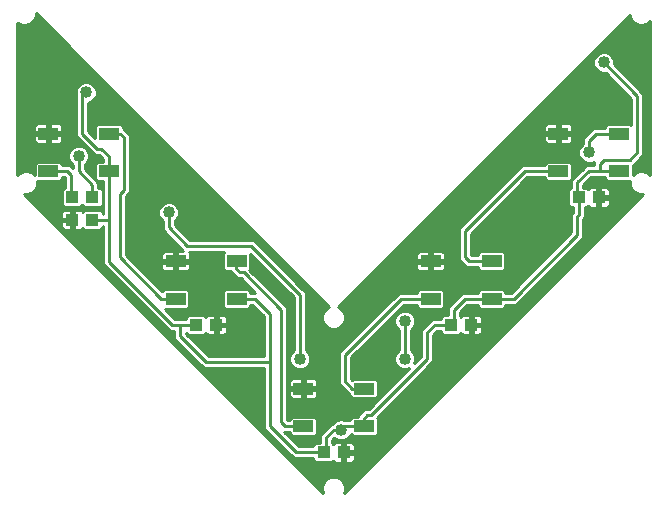
<source format=gtl>
G75*
%MOIN*%
%OFA0B0*%
%FSLAX25Y25*%
%IPPOS*%
%LPD*%
%AMOC8*
5,1,8,0,0,1.08239X$1,22.5*
%
%ADD10R,0.06500X0.03937*%
%ADD11R,0.04331X0.03937*%
%ADD12C,0.01000*%
%ADD13C,0.04000*%
D10*
X0193188Y0102451D03*
X0193188Y0115049D03*
X0213479Y0115049D03*
X0213479Y0102451D03*
X0235688Y0144951D03*
X0235688Y0157549D03*
X0255979Y0157549D03*
X0255979Y0144951D03*
X0278188Y0187451D03*
X0278188Y0200049D03*
X0298479Y0200049D03*
X0298479Y0187451D03*
X0170979Y0157549D03*
X0150688Y0157549D03*
X0150688Y0144951D03*
X0170979Y0144951D03*
X0128479Y0187451D03*
X0108188Y0187451D03*
X0108188Y0200049D03*
X0128479Y0200049D03*
D11*
X0122930Y0178750D03*
X0116237Y0178750D03*
X0116237Y0171250D03*
X0122930Y0171250D03*
X0157487Y0136250D03*
X0164180Y0136250D03*
X0199987Y0093750D03*
X0206680Y0093750D03*
X0242487Y0136250D03*
X0249180Y0136250D03*
X0284987Y0178750D03*
X0291680Y0178750D03*
D12*
X0180083Y0105717D02*
X0174336Y0105717D01*
X0175334Y0104719D02*
X0180083Y0104719D01*
X0180083Y0103720D02*
X0176333Y0103720D01*
X0177331Y0102722D02*
X0180083Y0102722D01*
X0180083Y0101723D02*
X0178330Y0101723D01*
X0179328Y0100725D02*
X0181030Y0100725D01*
X0180327Y0099726D02*
X0182029Y0099726D01*
X0181325Y0098728D02*
X0183027Y0098728D01*
X0182324Y0097729D02*
X0184026Y0097729D01*
X0183323Y0096731D02*
X0185024Y0096731D01*
X0184321Y0095732D02*
X0186023Y0095732D01*
X0185320Y0094734D02*
X0187021Y0094734D01*
X0186318Y0093735D02*
X0188020Y0093735D01*
X0187317Y0092737D02*
X0189018Y0092737D01*
X0188315Y0091738D02*
X0196522Y0091738D01*
X0196522Y0091750D02*
X0196522Y0091243D01*
X0197283Y0090481D01*
X0202691Y0090481D01*
X0203225Y0091015D01*
X0203314Y0090860D01*
X0203593Y0090581D01*
X0203935Y0090384D01*
X0204317Y0090281D01*
X0206196Y0090281D01*
X0206196Y0093266D01*
X0207164Y0093266D01*
X0207164Y0094234D01*
X0210345Y0094234D01*
X0210345Y0095916D01*
X0210243Y0096297D01*
X0210045Y0096640D01*
X0209766Y0096919D01*
X0209424Y0097116D01*
X0209043Y0097218D01*
X0207164Y0097218D01*
X0207164Y0094234D01*
X0206196Y0094234D01*
X0206196Y0097218D01*
X0204317Y0097218D01*
X0203935Y0097116D01*
X0203593Y0096919D01*
X0203314Y0096640D01*
X0203225Y0096485D01*
X0202833Y0096876D01*
X0202833Y0097922D01*
X0203523Y0098611D01*
X0203851Y0098283D01*
X0205137Y0097750D01*
X0206530Y0097750D01*
X0207816Y0098283D01*
X0208800Y0099267D01*
X0209036Y0099837D01*
X0209691Y0099182D01*
X0217267Y0099182D01*
X0218029Y0099944D01*
X0218029Y0104958D01*
X0217699Y0105287D01*
X0236583Y0124172D01*
X0236583Y0132922D01*
X0237912Y0134250D01*
X0239022Y0134250D01*
X0239022Y0133743D01*
X0239783Y0132981D01*
X0245191Y0132981D01*
X0245725Y0133515D01*
X0245814Y0133360D01*
X0246093Y0133081D01*
X0246435Y0132884D01*
X0246817Y0132781D01*
X0248696Y0132781D01*
X0248696Y0135766D01*
X0249664Y0135766D01*
X0249664Y0136734D01*
X0252845Y0136734D01*
X0252845Y0138416D01*
X0252743Y0138797D01*
X0252545Y0139140D01*
X0252266Y0139419D01*
X0251924Y0139616D01*
X0251543Y0139718D01*
X0249664Y0139718D01*
X0249664Y0136734D01*
X0248696Y0136734D01*
X0248696Y0139718D01*
X0246817Y0139718D01*
X0246435Y0139616D01*
X0246093Y0139419D01*
X0245814Y0139140D01*
X0245725Y0138985D01*
X0245333Y0139376D01*
X0245333Y0140422D01*
X0247912Y0143000D01*
X0251429Y0143000D01*
X0251429Y0142444D01*
X0252191Y0141682D01*
X0259767Y0141682D01*
X0260529Y0142444D01*
X0260529Y0143000D01*
X0264162Y0143000D01*
X0265333Y0144172D01*
X0285412Y0164250D01*
X0286583Y0165422D01*
X0286583Y0171672D01*
X0286987Y0172075D01*
X0286987Y0175481D01*
X0287691Y0175481D01*
X0288225Y0176015D01*
X0288314Y0175860D01*
X0288593Y0175581D01*
X0288935Y0175384D01*
X0289317Y0175281D01*
X0291196Y0175281D01*
X0291196Y0178266D01*
X0292164Y0178266D01*
X0292164Y0179234D01*
X0295345Y0179234D01*
X0295345Y0180916D01*
X0295243Y0181297D01*
X0295045Y0181640D01*
X0294766Y0181919D01*
X0294424Y0182116D01*
X0294043Y0182218D01*
X0292164Y0182218D01*
X0292164Y0179234D01*
X0291196Y0179234D01*
X0291196Y0182218D01*
X0289317Y0182218D01*
X0288935Y0182116D01*
X0288593Y0181919D01*
X0288314Y0181640D01*
X0288225Y0181485D01*
X0287691Y0182018D01*
X0286583Y0182018D01*
X0286583Y0182922D01*
X0289113Y0185451D01*
X0293929Y0185451D01*
X0293929Y0184944D01*
X0294691Y0184182D01*
X0302033Y0184182D01*
X0302033Y0182994D01*
X0302612Y0181597D01*
X0303681Y0180529D01*
X0305077Y0179950D01*
X0306563Y0179950D01*
X0206710Y0080096D01*
X0207133Y0081119D01*
X0207133Y0082631D01*
X0206555Y0084028D01*
X0205486Y0085096D01*
X0204089Y0085675D01*
X0202577Y0085675D01*
X0201181Y0085096D01*
X0200112Y0084028D01*
X0199533Y0082631D01*
X0199533Y0081119D01*
X0199957Y0080096D01*
X0100103Y0179950D01*
X0101589Y0179950D01*
X0102986Y0180529D01*
X0104055Y0181597D01*
X0104633Y0182994D01*
X0104633Y0184182D01*
X0111976Y0184182D01*
X0112738Y0184944D01*
X0112738Y0185451D01*
X0113804Y0185451D01*
X0113833Y0185422D01*
X0113833Y0182018D01*
X0113533Y0182018D01*
X0112772Y0181257D01*
X0112772Y0176243D01*
X0113533Y0175481D01*
X0118941Y0175481D01*
X0119583Y0176124D01*
X0120226Y0175481D01*
X0125634Y0175481D01*
X0126395Y0176243D01*
X0126395Y0181257D01*
X0125634Y0182018D01*
X0124930Y0182018D01*
X0124930Y0183732D01*
X0120333Y0188328D01*
X0120333Y0189550D01*
X0121300Y0190517D01*
X0121833Y0191804D01*
X0121833Y0193196D01*
X0121300Y0194483D01*
X0120316Y0195467D01*
X0119030Y0196000D01*
X0117637Y0196000D01*
X0116351Y0195467D01*
X0115366Y0194483D01*
X0114833Y0193196D01*
X0114833Y0191804D01*
X0115366Y0190517D01*
X0116333Y0189550D01*
X0116333Y0188578D01*
X0115461Y0189451D01*
X0112738Y0189451D01*
X0112738Y0189958D01*
X0111976Y0190719D01*
X0104399Y0190719D01*
X0103638Y0189958D01*
X0103638Y0186320D01*
X0102986Y0186971D01*
X0101589Y0187550D01*
X0100077Y0187550D01*
X0098681Y0186971D01*
X0097933Y0186224D01*
X0097933Y0236901D01*
X0098056Y0236779D01*
X0099452Y0236200D01*
X0100964Y0236200D01*
X0102361Y0236779D01*
X0103430Y0237847D01*
X0104008Y0239244D01*
X0104008Y0240105D01*
X0201860Y0142253D01*
X0201181Y0141971D01*
X0200112Y0140903D01*
X0199533Y0139506D01*
X0199533Y0137994D01*
X0200112Y0136597D01*
X0201181Y0135529D01*
X0202577Y0134950D01*
X0204089Y0134950D01*
X0205486Y0135529D01*
X0206555Y0136597D01*
X0207133Y0137994D01*
X0207133Y0139506D01*
X0206555Y0140903D01*
X0205486Y0141971D01*
X0204806Y0142253D01*
X0205433Y0142880D01*
X0302033Y0239480D01*
X0302033Y0239244D01*
X0302612Y0237847D01*
X0303681Y0236779D01*
X0305077Y0236200D01*
X0306589Y0236200D01*
X0307986Y0236779D01*
X0308733Y0237526D01*
X0308733Y0186224D01*
X0307986Y0186971D01*
X0306589Y0187550D01*
X0305077Y0187550D01*
X0303681Y0186971D01*
X0303029Y0186320D01*
X0303029Y0189367D01*
X0305412Y0191750D01*
X0306583Y0192922D01*
X0306583Y0213328D01*
X0296833Y0223078D01*
X0296833Y0224446D01*
X0296300Y0225733D01*
X0295316Y0226717D01*
X0294030Y0227250D01*
X0292637Y0227250D01*
X0291351Y0226717D01*
X0290366Y0225733D01*
X0289833Y0224446D01*
X0289833Y0223054D01*
X0290366Y0221767D01*
X0291351Y0220783D01*
X0292637Y0220250D01*
X0294005Y0220250D01*
X0302583Y0211672D01*
X0302583Y0203002D01*
X0302267Y0203318D01*
X0294691Y0203318D01*
X0293929Y0202556D01*
X0293929Y0202049D01*
X0290054Y0202049D01*
X0287505Y0199500D01*
X0286333Y0198328D01*
X0286333Y0196700D01*
X0285366Y0195733D01*
X0284833Y0194446D01*
X0284833Y0193054D01*
X0285366Y0191767D01*
X0286351Y0190783D01*
X0287637Y0190250D01*
X0289030Y0190250D01*
X0290083Y0190687D01*
X0290083Y0189451D01*
X0289211Y0189451D01*
X0289162Y0189500D01*
X0287505Y0189500D01*
X0286333Y0188328D01*
X0282583Y0184578D01*
X0282583Y0182018D01*
X0282283Y0182018D01*
X0281522Y0181257D01*
X0281522Y0176243D01*
X0282283Y0175481D01*
X0282987Y0175481D01*
X0282987Y0173732D01*
X0282583Y0173328D01*
X0282583Y0167078D01*
X0262505Y0147000D01*
X0260529Y0147000D01*
X0260529Y0147458D01*
X0259767Y0148219D01*
X0252191Y0148219D01*
X0251429Y0147458D01*
X0251429Y0147000D01*
X0246255Y0147000D01*
X0245083Y0145828D01*
X0242505Y0143250D01*
X0242505Y0143250D01*
X0241333Y0142078D01*
X0241333Y0139518D01*
X0239783Y0139518D01*
X0239022Y0138757D01*
X0239022Y0138250D01*
X0236255Y0138250D01*
X0233755Y0135750D01*
X0232583Y0134578D01*
X0232583Y0125828D01*
X0230247Y0123492D01*
X0230583Y0124304D01*
X0230583Y0125696D01*
X0230050Y0126983D01*
X0229083Y0127950D01*
X0229083Y0134550D01*
X0230050Y0135517D01*
X0230583Y0136804D01*
X0230583Y0138196D01*
X0230050Y0139483D01*
X0229066Y0140467D01*
X0227780Y0141000D01*
X0226387Y0141000D01*
X0225101Y0140467D01*
X0224116Y0139483D01*
X0223583Y0138196D01*
X0223583Y0136804D01*
X0224116Y0135517D01*
X0225083Y0134550D01*
X0225083Y0127950D01*
X0224116Y0126983D01*
X0223583Y0125696D01*
X0223583Y0124304D01*
X0224116Y0123017D01*
X0225101Y0122033D01*
X0226387Y0121500D01*
X0227780Y0121500D01*
X0228591Y0121836D01*
X0215005Y0108250D01*
X0213755Y0108250D01*
X0212583Y0107078D01*
X0211333Y0105828D01*
X0211333Y0105719D01*
X0209691Y0105719D01*
X0208929Y0104958D01*
X0208929Y0104451D01*
X0207252Y0104451D01*
X0206530Y0104750D01*
X0205137Y0104750D01*
X0203851Y0104217D01*
X0202884Y0103250D01*
X0202505Y0103250D01*
X0201333Y0102078D01*
X0198833Y0099578D01*
X0198833Y0097018D01*
X0197283Y0097018D01*
X0196522Y0096257D01*
X0196522Y0095750D01*
X0191662Y0095750D01*
X0186912Y0100500D01*
X0188638Y0100500D01*
X0188638Y0099944D01*
X0189399Y0099182D01*
X0196976Y0099182D01*
X0197738Y0099944D01*
X0197738Y0104958D01*
X0196976Y0105719D01*
X0189399Y0105719D01*
X0188638Y0104958D01*
X0188638Y0104500D01*
X0187912Y0104500D01*
X0187833Y0104578D01*
X0187833Y0142078D01*
X0175199Y0154712D01*
X0175529Y0155042D01*
X0175529Y0159976D01*
X0190083Y0145422D01*
X0190083Y0127950D01*
X0189116Y0126983D01*
X0188583Y0125696D01*
X0188583Y0124304D01*
X0189116Y0123017D01*
X0190101Y0122033D01*
X0191387Y0121500D01*
X0192780Y0121500D01*
X0194066Y0122033D01*
X0195050Y0123017D01*
X0195583Y0124304D01*
X0195583Y0125696D01*
X0195050Y0126983D01*
X0194083Y0127950D01*
X0194083Y0147078D01*
X0192912Y0148250D01*
X0176662Y0164500D01*
X0155412Y0164500D01*
X0150333Y0169578D01*
X0150333Y0170800D01*
X0151300Y0171767D01*
X0151833Y0173054D01*
X0151833Y0174446D01*
X0151300Y0175733D01*
X0150316Y0176717D01*
X0149030Y0177250D01*
X0147637Y0177250D01*
X0146351Y0176717D01*
X0145366Y0175733D01*
X0144833Y0174446D01*
X0144833Y0173054D01*
X0145366Y0171767D01*
X0146333Y0170800D01*
X0146333Y0167922D01*
X0153237Y0161018D01*
X0151172Y0161018D01*
X0151172Y0158034D01*
X0150203Y0158034D01*
X0150203Y0161018D01*
X0147240Y0161018D01*
X0146859Y0160915D01*
X0146517Y0160718D01*
X0146237Y0160439D01*
X0146040Y0160097D01*
X0145938Y0159715D01*
X0145938Y0158033D01*
X0150203Y0158033D01*
X0150203Y0157065D01*
X0145938Y0157065D01*
X0145938Y0155383D01*
X0146040Y0155002D01*
X0146237Y0154660D01*
X0146517Y0154380D01*
X0146859Y0154183D01*
X0147240Y0154081D01*
X0150203Y0154081D01*
X0150203Y0157065D01*
X0151172Y0157065D01*
X0151172Y0158033D01*
X0155438Y0158033D01*
X0155438Y0159715D01*
X0155335Y0160097D01*
X0155138Y0160439D01*
X0155077Y0160500D01*
X0166873Y0160500D01*
X0166429Y0160056D01*
X0166429Y0155042D01*
X0167191Y0154281D01*
X0168833Y0154281D01*
X0168833Y0154172D01*
X0170083Y0152922D01*
X0171255Y0151750D01*
X0172505Y0151750D01*
X0177255Y0147000D01*
X0175529Y0147000D01*
X0175529Y0147458D01*
X0174767Y0148219D01*
X0167191Y0148219D01*
X0166429Y0147458D01*
X0166429Y0142444D01*
X0167191Y0141682D01*
X0174767Y0141682D01*
X0175529Y0142444D01*
X0175529Y0143000D01*
X0176255Y0143000D01*
X0180083Y0139172D01*
X0180083Y0125750D01*
X0161662Y0125750D01*
X0154083Y0133328D01*
X0154083Y0133681D01*
X0154783Y0132981D01*
X0160191Y0132981D01*
X0160725Y0133515D01*
X0160814Y0133360D01*
X0161093Y0133081D01*
X0161435Y0132884D01*
X0161817Y0132781D01*
X0163696Y0132781D01*
X0163696Y0135766D01*
X0164664Y0135766D01*
X0164664Y0136734D01*
X0167845Y0136734D01*
X0167845Y0138416D01*
X0167743Y0138797D01*
X0167545Y0139140D01*
X0167266Y0139419D01*
X0166924Y0139616D01*
X0166543Y0139718D01*
X0164664Y0139718D01*
X0164664Y0136734D01*
X0163696Y0136734D01*
X0163696Y0139718D01*
X0161817Y0139718D01*
X0161435Y0139616D01*
X0161093Y0139419D01*
X0160814Y0139140D01*
X0160725Y0138985D01*
X0160191Y0139518D01*
X0154783Y0139518D01*
X0154022Y0138757D01*
X0154022Y0138250D01*
X0150412Y0138250D01*
X0146979Y0141682D01*
X0154476Y0141682D01*
X0155238Y0142444D01*
X0155238Y0147458D01*
X0154476Y0148219D01*
X0146899Y0148219D01*
X0146171Y0147491D01*
X0134083Y0159578D01*
X0134083Y0179172D01*
X0134162Y0179250D01*
X0135333Y0180422D01*
X0135333Y0199578D01*
X0134162Y0200750D01*
X0133029Y0201883D01*
X0133029Y0202556D01*
X0132267Y0203318D01*
X0124691Y0203318D01*
X0123929Y0202556D01*
X0123929Y0198483D01*
X0121583Y0200828D01*
X0121583Y0210272D01*
X0122816Y0210783D01*
X0123800Y0211767D01*
X0124333Y0213054D01*
X0124333Y0214446D01*
X0123800Y0215733D01*
X0122816Y0216717D01*
X0121530Y0217250D01*
X0120137Y0217250D01*
X0118851Y0216717D01*
X0117866Y0215733D01*
X0117333Y0214446D01*
X0117333Y0213054D01*
X0117583Y0212450D01*
X0117583Y0199172D01*
X0118755Y0198000D01*
X0123755Y0193000D01*
X0125005Y0193000D01*
X0126333Y0191672D01*
X0126333Y0190719D01*
X0124691Y0190719D01*
X0123929Y0189958D01*
X0123929Y0184944D01*
X0124691Y0184182D01*
X0126479Y0184182D01*
X0126479Y0173250D01*
X0126395Y0173250D01*
X0126395Y0173757D01*
X0125634Y0174518D01*
X0120226Y0174518D01*
X0119692Y0173985D01*
X0119603Y0174140D01*
X0119323Y0174419D01*
X0118981Y0174616D01*
X0118600Y0174718D01*
X0116721Y0174718D01*
X0116721Y0171734D01*
X0115753Y0171734D01*
X0115753Y0170766D01*
X0116721Y0170766D01*
X0116721Y0167781D01*
X0118600Y0167781D01*
X0118981Y0167884D01*
X0119323Y0168081D01*
X0119603Y0168360D01*
X0119692Y0168515D01*
X0120226Y0167981D01*
X0125634Y0167981D01*
X0126395Y0168743D01*
X0126395Y0169250D01*
X0126479Y0169250D01*
X0126479Y0156526D01*
X0148755Y0134250D01*
X0150083Y0134250D01*
X0150083Y0131672D01*
X0151255Y0130500D01*
X0160005Y0121750D01*
X0180083Y0121750D01*
X0180083Y0101672D01*
X0190005Y0091750D01*
X0196522Y0091750D01*
X0197025Y0090740D02*
X0189314Y0090740D01*
X0190312Y0089741D02*
X0216355Y0089741D01*
X0217353Y0090740D02*
X0209925Y0090740D01*
X0210045Y0090860D02*
X0210243Y0091203D01*
X0210345Y0091584D01*
X0210345Y0093266D01*
X0207164Y0093266D01*
X0207164Y0090281D01*
X0209043Y0090281D01*
X0209424Y0090384D01*
X0209766Y0090581D01*
X0210045Y0090860D01*
X0210345Y0091738D02*
X0218352Y0091738D01*
X0219350Y0092737D02*
X0210345Y0092737D01*
X0210345Y0094734D02*
X0221347Y0094734D01*
X0222346Y0095732D02*
X0210345Y0095732D01*
X0209954Y0096731D02*
X0223344Y0096731D01*
X0224343Y0097729D02*
X0202833Y0097729D01*
X0202979Y0096731D02*
X0203405Y0096731D01*
X0206196Y0096731D02*
X0207164Y0096731D01*
X0207164Y0095732D02*
X0206196Y0095732D01*
X0206196Y0094734D02*
X0207164Y0094734D01*
X0207164Y0093735D02*
X0220349Y0093735D01*
X0217811Y0099726D02*
X0226340Y0099726D01*
X0227338Y0100725D02*
X0218029Y0100725D01*
X0218029Y0101723D02*
X0228337Y0101723D01*
X0229335Y0102722D02*
X0218029Y0102722D01*
X0218029Y0103720D02*
X0230334Y0103720D01*
X0231332Y0104719D02*
X0218029Y0104719D01*
X0218129Y0105717D02*
X0232331Y0105717D01*
X0233329Y0106716D02*
X0219127Y0106716D01*
X0220126Y0107714D02*
X0234328Y0107714D01*
X0235326Y0108713D02*
X0221125Y0108713D01*
X0222123Y0109711D02*
X0236325Y0109711D01*
X0237323Y0110710D02*
X0223122Y0110710D01*
X0224120Y0111708D02*
X0238322Y0111708D01*
X0239320Y0112707D02*
X0225119Y0112707D01*
X0226117Y0113705D02*
X0240319Y0113705D01*
X0241317Y0114704D02*
X0227116Y0114704D01*
X0228114Y0115702D02*
X0242316Y0115702D01*
X0243314Y0116701D02*
X0229113Y0116701D01*
X0230111Y0117699D02*
X0244313Y0117699D01*
X0245311Y0118698D02*
X0231110Y0118698D01*
X0232108Y0119696D02*
X0246310Y0119696D01*
X0247308Y0120695D02*
X0233107Y0120695D01*
X0234105Y0121693D02*
X0248307Y0121693D01*
X0249305Y0122692D02*
X0235104Y0122692D01*
X0236102Y0123690D02*
X0250304Y0123690D01*
X0251302Y0124689D02*
X0236583Y0124689D01*
X0236583Y0125687D02*
X0252301Y0125687D01*
X0253299Y0126686D02*
X0236583Y0126686D01*
X0236583Y0127684D02*
X0254298Y0127684D01*
X0255297Y0128683D02*
X0236583Y0128683D01*
X0236583Y0129682D02*
X0256295Y0129682D01*
X0257294Y0130680D02*
X0236583Y0130680D01*
X0236583Y0131679D02*
X0258292Y0131679D01*
X0259291Y0132677D02*
X0236583Y0132677D01*
X0237337Y0133676D02*
X0239089Y0133676D01*
X0237083Y0136250D02*
X0234583Y0133750D01*
X0234583Y0125000D01*
X0215833Y0106250D01*
X0214583Y0106250D01*
X0213333Y0105000D01*
X0213333Y0102596D01*
X0213479Y0102451D01*
X0207034Y0102451D01*
X0205833Y0101250D01*
X0203333Y0101250D01*
X0200833Y0098750D01*
X0200833Y0093750D01*
X0199987Y0093750D01*
X0190833Y0093750D01*
X0182083Y0102500D01*
X0182083Y0123750D01*
X0160833Y0123750D01*
X0152083Y0132500D01*
X0152083Y0136250D01*
X0149583Y0136250D01*
X0128479Y0157354D01*
X0128479Y0171250D01*
X0122930Y0171250D01*
X0126395Y0173616D02*
X0126479Y0173616D01*
X0126479Y0174615D02*
X0118984Y0174615D01*
X0119072Y0175613D02*
X0120094Y0175613D01*
X0116721Y0174615D02*
X0115753Y0174615D01*
X0115753Y0174718D02*
X0113874Y0174718D01*
X0113493Y0174616D01*
X0113150Y0174419D01*
X0112871Y0174140D01*
X0112674Y0173797D01*
X0112572Y0173416D01*
X0112572Y0171734D01*
X0115753Y0171734D01*
X0115753Y0174718D01*
X0115753Y0173616D02*
X0116721Y0173616D01*
X0116721Y0172618D02*
X0115753Y0172618D01*
X0115753Y0171619D02*
X0108434Y0171619D01*
X0107436Y0172618D02*
X0112572Y0172618D01*
X0112625Y0173616D02*
X0106437Y0173616D01*
X0105439Y0174615D02*
X0113490Y0174615D01*
X0113401Y0175613D02*
X0104440Y0175613D01*
X0103442Y0176612D02*
X0112772Y0176612D01*
X0112772Y0177610D02*
X0102443Y0177610D01*
X0101445Y0178609D02*
X0112772Y0178609D01*
X0112772Y0179607D02*
X0100446Y0179607D01*
X0103063Y0180606D02*
X0112772Y0180606D01*
X0113119Y0181604D02*
X0104058Y0181604D01*
X0104471Y0182603D02*
X0113833Y0182603D01*
X0113833Y0183601D02*
X0104633Y0183601D01*
X0103638Y0186597D02*
X0103361Y0186597D01*
X0103638Y0187595D02*
X0097933Y0187595D01*
X0097933Y0186597D02*
X0098306Y0186597D01*
X0097933Y0188594D02*
X0103638Y0188594D01*
X0103638Y0189592D02*
X0097933Y0189592D01*
X0097933Y0190591D02*
X0104271Y0190591D01*
X0108188Y0187451D02*
X0114633Y0187451D01*
X0115833Y0186250D01*
X0115833Y0179154D01*
X0116237Y0178750D01*
X0122930Y0178750D02*
X0122930Y0182904D01*
X0118333Y0187500D01*
X0118333Y0192500D01*
X0114833Y0192588D02*
X0097933Y0192588D01*
X0097933Y0193586D02*
X0114995Y0193586D01*
X0115468Y0194585D02*
X0097933Y0194585D01*
X0097933Y0195583D02*
X0116631Y0195583D01*
X0119175Y0197580D02*
X0112856Y0197580D01*
X0112835Y0197502D02*
X0112938Y0197883D01*
X0112938Y0199565D01*
X0108672Y0199565D01*
X0108672Y0200533D01*
X0112938Y0200533D01*
X0112938Y0202215D01*
X0112835Y0202597D01*
X0112638Y0202939D01*
X0112359Y0203218D01*
X0112017Y0203415D01*
X0111635Y0203518D01*
X0108672Y0203518D01*
X0108672Y0200534D01*
X0107703Y0200534D01*
X0107703Y0203518D01*
X0104740Y0203518D01*
X0104359Y0203415D01*
X0104017Y0203218D01*
X0103737Y0202939D01*
X0103540Y0202597D01*
X0103438Y0202215D01*
X0103438Y0200533D01*
X0107703Y0200533D01*
X0107703Y0199565D01*
X0103438Y0199565D01*
X0103438Y0197883D01*
X0103540Y0197502D01*
X0103737Y0197160D01*
X0104017Y0196880D01*
X0104359Y0196683D01*
X0104740Y0196581D01*
X0107703Y0196581D01*
X0107703Y0199565D01*
X0108672Y0199565D01*
X0108672Y0196581D01*
X0111635Y0196581D01*
X0112017Y0196683D01*
X0112359Y0196880D01*
X0112638Y0197160D01*
X0112835Y0197502D01*
X0112938Y0198579D02*
X0118176Y0198579D01*
X0117583Y0199577D02*
X0108672Y0199577D01*
X0107703Y0199577D02*
X0097933Y0199577D01*
X0097933Y0198579D02*
X0103438Y0198579D01*
X0103519Y0197580D02*
X0097933Y0197580D01*
X0097933Y0196582D02*
X0104736Y0196582D01*
X0107703Y0196582D02*
X0108672Y0196582D01*
X0108672Y0197580D02*
X0107703Y0197580D01*
X0107703Y0198579D02*
X0108672Y0198579D01*
X0108672Y0200576D02*
X0107703Y0200576D01*
X0107703Y0201574D02*
X0108672Y0201574D01*
X0108672Y0202573D02*
X0107703Y0202573D01*
X0103534Y0202573D02*
X0097933Y0202573D01*
X0097933Y0203571D02*
X0117583Y0203571D01*
X0117583Y0202573D02*
X0112842Y0202573D01*
X0112938Y0201574D02*
X0117583Y0201574D01*
X0117583Y0200576D02*
X0112938Y0200576D01*
X0117583Y0204570D02*
X0097933Y0204570D01*
X0097933Y0205568D02*
X0117583Y0205568D01*
X0117583Y0206567D02*
X0097933Y0206567D01*
X0097933Y0207565D02*
X0117583Y0207565D01*
X0117583Y0208564D02*
X0097933Y0208564D01*
X0097933Y0209562D02*
X0117583Y0209562D01*
X0117583Y0210561D02*
X0097933Y0210561D01*
X0097933Y0211559D02*
X0117583Y0211559D01*
X0117539Y0212558D02*
X0097933Y0212558D01*
X0097933Y0213556D02*
X0117333Y0213556D01*
X0117378Y0214555D02*
X0097933Y0214555D01*
X0097933Y0215553D02*
X0117792Y0215553D01*
X0118686Y0216552D02*
X0097933Y0216552D01*
X0097933Y0217551D02*
X0126563Y0217551D01*
X0125564Y0218549D02*
X0097933Y0218549D01*
X0097933Y0219548D02*
X0124566Y0219548D01*
X0123567Y0220546D02*
X0097933Y0220546D01*
X0097933Y0221545D02*
X0122569Y0221545D01*
X0121570Y0222543D02*
X0097933Y0222543D01*
X0097933Y0223542D02*
X0120572Y0223542D01*
X0119573Y0224540D02*
X0097933Y0224540D01*
X0097933Y0225539D02*
X0118575Y0225539D01*
X0117576Y0226537D02*
X0097933Y0226537D01*
X0097933Y0227536D02*
X0116578Y0227536D01*
X0115579Y0228534D02*
X0097933Y0228534D01*
X0097933Y0229533D02*
X0114581Y0229533D01*
X0113582Y0230531D02*
X0097933Y0230531D01*
X0097933Y0231530D02*
X0112584Y0231530D01*
X0111585Y0232528D02*
X0097933Y0232528D01*
X0097933Y0233527D02*
X0110587Y0233527D01*
X0109588Y0234525D02*
X0097933Y0234525D01*
X0097933Y0235524D02*
X0108590Y0235524D01*
X0107591Y0236522D02*
X0101742Y0236522D01*
X0103103Y0237521D02*
X0106593Y0237521D01*
X0105594Y0238519D02*
X0103708Y0238519D01*
X0104008Y0239518D02*
X0104596Y0239518D01*
X0098675Y0236522D02*
X0097933Y0236522D01*
X0122981Y0216552D02*
X0127561Y0216552D01*
X0128560Y0215553D02*
X0123875Y0215553D01*
X0124288Y0214555D02*
X0129559Y0214555D01*
X0130557Y0213556D02*
X0124333Y0213556D01*
X0124128Y0212558D02*
X0131556Y0212558D01*
X0132554Y0211559D02*
X0123593Y0211559D01*
X0122280Y0210561D02*
X0133553Y0210561D01*
X0134551Y0209562D02*
X0121583Y0209562D01*
X0121583Y0208564D02*
X0135550Y0208564D01*
X0136548Y0207565D02*
X0121583Y0207565D01*
X0121583Y0206567D02*
X0137547Y0206567D01*
X0138545Y0205568D02*
X0121583Y0205568D01*
X0121583Y0204570D02*
X0139544Y0204570D01*
X0140542Y0203571D02*
X0121583Y0203571D01*
X0121583Y0202573D02*
X0123946Y0202573D01*
X0123929Y0201574D02*
X0121583Y0201574D01*
X0121836Y0200576D02*
X0123929Y0200576D01*
X0123929Y0199577D02*
X0122834Y0199577D01*
X0123833Y0198579D02*
X0123929Y0198579D01*
X0124583Y0195000D02*
X0119583Y0200000D01*
X0119583Y0212500D01*
X0120833Y0213750D01*
X0133012Y0202573D02*
X0141541Y0202573D01*
X0142539Y0201574D02*
X0133337Y0201574D01*
X0134336Y0200576D02*
X0143538Y0200576D01*
X0144536Y0199577D02*
X0135333Y0199577D01*
X0135333Y0198579D02*
X0145535Y0198579D01*
X0146533Y0197580D02*
X0135333Y0197580D01*
X0135333Y0196582D02*
X0147532Y0196582D01*
X0148530Y0195583D02*
X0135333Y0195583D01*
X0135333Y0194585D02*
X0149529Y0194585D01*
X0150527Y0193586D02*
X0135333Y0193586D01*
X0135333Y0192588D02*
X0151526Y0192588D01*
X0152524Y0191589D02*
X0135333Y0191589D01*
X0135333Y0190591D02*
X0153523Y0190591D01*
X0154521Y0189592D02*
X0135333Y0189592D01*
X0135333Y0188594D02*
X0155520Y0188594D01*
X0156518Y0187595D02*
X0135333Y0187595D01*
X0135333Y0186597D02*
X0157517Y0186597D01*
X0158515Y0185598D02*
X0135333Y0185598D01*
X0135333Y0184600D02*
X0159514Y0184600D01*
X0160512Y0183601D02*
X0135333Y0183601D01*
X0135333Y0182603D02*
X0161511Y0182603D01*
X0162509Y0181604D02*
X0135333Y0181604D01*
X0135333Y0180606D02*
X0163508Y0180606D01*
X0164506Y0179607D02*
X0134519Y0179607D01*
X0134083Y0178609D02*
X0165505Y0178609D01*
X0166503Y0177610D02*
X0134083Y0177610D01*
X0134083Y0176612D02*
X0146245Y0176612D01*
X0145317Y0175613D02*
X0134083Y0175613D01*
X0134083Y0174615D02*
X0144903Y0174615D01*
X0144833Y0173616D02*
X0134083Y0173616D01*
X0134083Y0172618D02*
X0145014Y0172618D01*
X0145515Y0171619D02*
X0134083Y0171619D01*
X0134083Y0170620D02*
X0146333Y0170620D01*
X0146333Y0169622D02*
X0134083Y0169622D01*
X0134083Y0168623D02*
X0146333Y0168623D01*
X0146630Y0167625D02*
X0134083Y0167625D01*
X0134083Y0166626D02*
X0147628Y0166626D01*
X0148627Y0165628D02*
X0134083Y0165628D01*
X0134083Y0164629D02*
X0149625Y0164629D01*
X0150624Y0163631D02*
X0134083Y0163631D01*
X0134083Y0162632D02*
X0151623Y0162632D01*
X0152621Y0161634D02*
X0134083Y0161634D01*
X0134083Y0160635D02*
X0146434Y0160635D01*
X0145938Y0159637D02*
X0134083Y0159637D01*
X0135023Y0158638D02*
X0145938Y0158638D01*
X0145938Y0156641D02*
X0137020Y0156641D01*
X0136022Y0157640D02*
X0150203Y0157640D01*
X0151172Y0157640D02*
X0166429Y0157640D01*
X0166429Y0158638D02*
X0155438Y0158638D01*
X0155438Y0159637D02*
X0166429Y0159637D01*
X0170833Y0157404D02*
X0170833Y0155000D01*
X0172083Y0153750D01*
X0173333Y0153750D01*
X0185833Y0141250D01*
X0185833Y0103750D01*
X0187083Y0102500D01*
X0193138Y0102500D01*
X0193188Y0102451D01*
X0197738Y0102722D02*
X0201977Y0102722D01*
X0200978Y0101723D02*
X0197738Y0101723D01*
X0197738Y0100725D02*
X0199980Y0100725D01*
X0198981Y0099726D02*
X0197520Y0099726D01*
X0198833Y0098728D02*
X0188684Y0098728D01*
X0188855Y0099726D02*
X0187686Y0099726D01*
X0189683Y0097729D02*
X0198833Y0097729D01*
X0196995Y0096731D02*
X0190681Y0096731D01*
X0197738Y0103720D02*
X0203354Y0103720D01*
X0205062Y0104719D02*
X0197738Y0104719D01*
X0196978Y0105717D02*
X0209688Y0105717D01*
X0208929Y0104719D02*
X0206605Y0104719D01*
X0212221Y0106716D02*
X0187833Y0106716D01*
X0187833Y0107714D02*
X0213219Y0107714D01*
X0215468Y0108713D02*
X0187833Y0108713D01*
X0187833Y0109711D02*
X0216466Y0109711D01*
X0217465Y0110710D02*
X0187833Y0110710D01*
X0187833Y0111708D02*
X0189315Y0111708D01*
X0189359Y0111683D02*
X0189740Y0111581D01*
X0192703Y0111581D01*
X0192703Y0114565D01*
X0188438Y0114565D01*
X0188438Y0112883D01*
X0188540Y0112502D01*
X0188737Y0112160D01*
X0189017Y0111880D01*
X0189359Y0111683D01*
X0188485Y0112707D02*
X0187833Y0112707D01*
X0187833Y0113705D02*
X0188438Y0113705D01*
X0187833Y0114704D02*
X0192703Y0114704D01*
X0192703Y0114565D02*
X0192703Y0115533D01*
X0188438Y0115533D01*
X0188438Y0117215D01*
X0188540Y0117597D01*
X0188737Y0117939D01*
X0189017Y0118218D01*
X0189359Y0118415D01*
X0189740Y0118518D01*
X0192703Y0118518D01*
X0192703Y0115534D01*
X0193672Y0115534D01*
X0193672Y0118518D01*
X0196635Y0118518D01*
X0197017Y0118415D01*
X0197359Y0118218D01*
X0197638Y0117939D01*
X0197835Y0117597D01*
X0197938Y0117215D01*
X0197938Y0115533D01*
X0193672Y0115533D01*
X0193672Y0114565D01*
X0197938Y0114565D01*
X0197938Y0112883D01*
X0197835Y0112502D01*
X0197638Y0112160D01*
X0197359Y0111880D01*
X0197017Y0111683D01*
X0196635Y0111581D01*
X0193672Y0111581D01*
X0193672Y0114565D01*
X0192703Y0114565D01*
X0192703Y0113705D02*
X0193672Y0113705D01*
X0193672Y0112707D02*
X0192703Y0112707D01*
X0192703Y0111708D02*
X0193672Y0111708D01*
X0193672Y0114704D02*
X0207051Y0114704D01*
X0206053Y0115702D02*
X0197938Y0115702D01*
X0197938Y0116701D02*
X0205083Y0116701D01*
X0205083Y0116672D02*
X0208706Y0113049D01*
X0208929Y0113049D01*
X0208929Y0112542D01*
X0209691Y0111781D01*
X0217267Y0111781D01*
X0218029Y0112542D01*
X0218029Y0117556D01*
X0217267Y0118318D01*
X0209691Y0118318D01*
X0209392Y0118019D01*
X0209083Y0118328D01*
X0209083Y0125422D01*
X0226662Y0143000D01*
X0231138Y0143000D01*
X0231138Y0142444D01*
X0231899Y0141682D01*
X0239476Y0141682D01*
X0240238Y0142444D01*
X0240238Y0147458D01*
X0239476Y0148219D01*
X0231899Y0148219D01*
X0231138Y0147458D01*
X0231138Y0147000D01*
X0225005Y0147000D01*
X0206255Y0128250D01*
X0205083Y0127078D01*
X0205083Y0116672D01*
X0205083Y0117699D02*
X0197776Y0117699D01*
X0193672Y0117699D02*
X0192703Y0117699D01*
X0192703Y0116701D02*
X0193672Y0116701D01*
X0193672Y0115702D02*
X0192703Y0115702D01*
X0188438Y0115702D02*
X0187833Y0115702D01*
X0187833Y0116701D02*
X0188438Y0116701D01*
X0188599Y0117699D02*
X0187833Y0117699D01*
X0187833Y0118698D02*
X0205083Y0118698D01*
X0205083Y0119696D02*
X0187833Y0119696D01*
X0187833Y0120695D02*
X0205083Y0120695D01*
X0205083Y0121693D02*
X0193246Y0121693D01*
X0194725Y0122692D02*
X0205083Y0122692D01*
X0205083Y0123690D02*
X0195329Y0123690D01*
X0195583Y0124689D02*
X0205083Y0124689D01*
X0205083Y0125687D02*
X0195583Y0125687D01*
X0195173Y0126686D02*
X0205083Y0126686D01*
X0205689Y0127684D02*
X0194349Y0127684D01*
X0194083Y0128683D02*
X0206688Y0128683D01*
X0207686Y0129682D02*
X0194083Y0129682D01*
X0194083Y0130680D02*
X0208685Y0130680D01*
X0209683Y0131679D02*
X0194083Y0131679D01*
X0194083Y0132677D02*
X0210682Y0132677D01*
X0211680Y0133676D02*
X0194083Y0133676D01*
X0194083Y0134674D02*
X0212679Y0134674D01*
X0213677Y0135673D02*
X0205630Y0135673D01*
X0206585Y0136671D02*
X0214676Y0136671D01*
X0215675Y0137670D02*
X0206999Y0137670D01*
X0207133Y0138668D02*
X0216673Y0138668D01*
X0217672Y0139667D02*
X0207067Y0139667D01*
X0206653Y0140665D02*
X0218670Y0140665D01*
X0219669Y0141664D02*
X0205794Y0141664D01*
X0205215Y0142662D02*
X0220667Y0142662D01*
X0221666Y0143661D02*
X0206214Y0143661D01*
X0207212Y0144659D02*
X0222664Y0144659D01*
X0223663Y0145658D02*
X0208211Y0145658D01*
X0209209Y0146656D02*
X0224661Y0146656D01*
X0225833Y0145000D02*
X0207083Y0126250D01*
X0207083Y0117500D01*
X0209534Y0115049D01*
X0213479Y0115049D01*
X0218029Y0114704D02*
X0221459Y0114704D01*
X0222457Y0115702D02*
X0218029Y0115702D01*
X0218029Y0116701D02*
X0223456Y0116701D01*
X0224454Y0117699D02*
X0217886Y0117699D01*
X0218029Y0113705D02*
X0220460Y0113705D01*
X0219462Y0112707D02*
X0218029Y0112707D01*
X0218463Y0111708D02*
X0197061Y0111708D01*
X0197890Y0112707D02*
X0208929Y0112707D01*
X0208050Y0113705D02*
X0197938Y0113705D01*
X0209083Y0118698D02*
X0225453Y0118698D01*
X0226451Y0119696D02*
X0209083Y0119696D01*
X0209083Y0120695D02*
X0227450Y0120695D01*
X0228246Y0121693D02*
X0228448Y0121693D01*
X0225920Y0121693D02*
X0209083Y0121693D01*
X0209083Y0122692D02*
X0224442Y0122692D01*
X0223837Y0123690D02*
X0209083Y0123690D01*
X0209083Y0124689D02*
X0223583Y0124689D01*
X0223583Y0125687D02*
X0209349Y0125687D01*
X0210348Y0126686D02*
X0223993Y0126686D01*
X0224818Y0127684D02*
X0211346Y0127684D01*
X0212345Y0128683D02*
X0225083Y0128683D01*
X0225083Y0129682D02*
X0213343Y0129682D01*
X0214342Y0130680D02*
X0225083Y0130680D01*
X0225083Y0131679D02*
X0215340Y0131679D01*
X0216339Y0132677D02*
X0225083Y0132677D01*
X0225083Y0133676D02*
X0217337Y0133676D01*
X0218336Y0134674D02*
X0224959Y0134674D01*
X0224052Y0135673D02*
X0219334Y0135673D01*
X0220333Y0136671D02*
X0223638Y0136671D01*
X0223583Y0137670D02*
X0221331Y0137670D01*
X0222330Y0138668D02*
X0223779Y0138668D01*
X0223328Y0139667D02*
X0224300Y0139667D01*
X0224327Y0140665D02*
X0225579Y0140665D01*
X0225325Y0141664D02*
X0241333Y0141664D01*
X0241333Y0140665D02*
X0228588Y0140665D01*
X0229866Y0139667D02*
X0241333Y0139667D01*
X0239022Y0138668D02*
X0230388Y0138668D01*
X0230583Y0137670D02*
X0235675Y0137670D01*
X0234676Y0136671D02*
X0230528Y0136671D01*
X0230115Y0135673D02*
X0233677Y0135673D01*
X0232679Y0134674D02*
X0229207Y0134674D01*
X0229083Y0133676D02*
X0232583Y0133676D01*
X0232583Y0132677D02*
X0229083Y0132677D01*
X0229083Y0131679D02*
X0232583Y0131679D01*
X0232583Y0130680D02*
X0229083Y0130680D01*
X0229083Y0129682D02*
X0232583Y0129682D01*
X0232583Y0128683D02*
X0229083Y0128683D01*
X0229349Y0127684D02*
X0232583Y0127684D01*
X0232583Y0126686D02*
X0230173Y0126686D01*
X0230583Y0125687D02*
X0232442Y0125687D01*
X0231444Y0124689D02*
X0230583Y0124689D01*
X0230445Y0123690D02*
X0230329Y0123690D01*
X0227083Y0125000D02*
X0227083Y0137500D01*
X0226324Y0142662D02*
X0231138Y0142662D01*
X0235638Y0145000D02*
X0225833Y0145000D01*
X0231335Y0147655D02*
X0210208Y0147655D01*
X0211206Y0148653D02*
X0264158Y0148653D01*
X0263160Y0147655D02*
X0260332Y0147655D01*
X0263333Y0145000D02*
X0256028Y0145000D01*
X0247083Y0145000D01*
X0243333Y0141250D01*
X0243333Y0136250D01*
X0242487Y0136250D01*
X0237083Y0136250D01*
X0245333Y0139667D02*
X0246623Y0139667D01*
X0245577Y0140665D02*
X0267279Y0140665D01*
X0268277Y0141664D02*
X0246575Y0141664D01*
X0247574Y0142662D02*
X0251429Y0142662D01*
X0251736Y0139667D02*
X0266280Y0139667D01*
X0265282Y0138668D02*
X0252778Y0138668D01*
X0252845Y0137670D02*
X0264283Y0137670D01*
X0263285Y0136671D02*
X0249664Y0136671D01*
X0249664Y0135766D02*
X0252845Y0135766D01*
X0252845Y0134084D01*
X0252743Y0133703D01*
X0252545Y0133360D01*
X0252266Y0133081D01*
X0251924Y0132884D01*
X0251543Y0132781D01*
X0249664Y0132781D01*
X0249664Y0135766D01*
X0249664Y0135673D02*
X0248696Y0135673D01*
X0248696Y0134674D02*
X0249664Y0134674D01*
X0249664Y0133676D02*
X0248696Y0133676D01*
X0252727Y0133676D02*
X0260289Y0133676D01*
X0261288Y0134674D02*
X0252845Y0134674D01*
X0252845Y0135673D02*
X0262286Y0135673D01*
X0260529Y0142662D02*
X0269276Y0142662D01*
X0270274Y0143661D02*
X0264822Y0143661D01*
X0265333Y0144172D02*
X0265333Y0144172D01*
X0265821Y0144659D02*
X0271273Y0144659D01*
X0272271Y0145658D02*
X0266819Y0145658D01*
X0267818Y0146656D02*
X0273270Y0146656D01*
X0274268Y0147655D02*
X0268816Y0147655D01*
X0269815Y0148653D02*
X0275267Y0148653D01*
X0276265Y0149652D02*
X0270813Y0149652D01*
X0271812Y0150650D02*
X0277264Y0150650D01*
X0278262Y0151649D02*
X0272811Y0151649D01*
X0273809Y0152647D02*
X0279261Y0152647D01*
X0280259Y0153646D02*
X0274808Y0153646D01*
X0275806Y0154644D02*
X0281258Y0154644D01*
X0282256Y0155643D02*
X0276805Y0155643D01*
X0277803Y0156641D02*
X0283255Y0156641D01*
X0284253Y0157640D02*
X0278802Y0157640D01*
X0279800Y0158638D02*
X0285252Y0158638D01*
X0286250Y0159637D02*
X0280799Y0159637D01*
X0281797Y0160635D02*
X0287249Y0160635D01*
X0288247Y0161634D02*
X0282796Y0161634D01*
X0283794Y0162632D02*
X0289246Y0162632D01*
X0290244Y0163631D02*
X0284793Y0163631D01*
X0285791Y0164629D02*
X0291243Y0164629D01*
X0292241Y0165628D02*
X0286583Y0165628D01*
X0286583Y0166626D02*
X0293240Y0166626D01*
X0294238Y0167625D02*
X0286583Y0167625D01*
X0286583Y0168623D02*
X0295237Y0168623D01*
X0296235Y0169622D02*
X0286583Y0169622D01*
X0286583Y0170620D02*
X0297234Y0170620D01*
X0298232Y0171619D02*
X0286583Y0171619D01*
X0286987Y0172618D02*
X0299231Y0172618D01*
X0300230Y0173616D02*
X0286987Y0173616D01*
X0286987Y0174615D02*
X0301228Y0174615D01*
X0302227Y0175613D02*
X0294798Y0175613D01*
X0294766Y0175581D02*
X0295045Y0175860D01*
X0295243Y0176203D01*
X0295345Y0176584D01*
X0295345Y0178266D01*
X0292164Y0178266D01*
X0292164Y0175281D01*
X0294043Y0175281D01*
X0294424Y0175384D01*
X0294766Y0175581D01*
X0295345Y0176612D02*
X0303225Y0176612D01*
X0304224Y0177610D02*
X0295345Y0177610D01*
X0295345Y0179607D02*
X0306221Y0179607D01*
X0305222Y0178609D02*
X0292164Y0178609D01*
X0292164Y0179607D02*
X0291196Y0179607D01*
X0291196Y0180606D02*
X0292164Y0180606D01*
X0292164Y0181604D02*
X0291196Y0181604D01*
X0288294Y0181604D02*
X0288105Y0181604D01*
X0286583Y0182603D02*
X0302195Y0182603D01*
X0302033Y0183601D02*
X0287263Y0183601D01*
X0288261Y0184600D02*
X0294273Y0184600D01*
X0295066Y0181604D02*
X0302609Y0181604D01*
X0303604Y0180606D02*
X0295345Y0180606D01*
X0292164Y0177610D02*
X0291196Y0177610D01*
X0291196Y0176612D02*
X0292164Y0176612D01*
X0292164Y0175613D02*
X0291196Y0175613D01*
X0288562Y0175613D02*
X0287822Y0175613D01*
X0284987Y0172904D02*
X0284987Y0178750D01*
X0284583Y0179154D01*
X0284583Y0183750D01*
X0288333Y0187500D01*
X0288383Y0187451D01*
X0292083Y0187451D01*
X0292083Y0190000D01*
X0293333Y0191250D01*
X0295833Y0191250D01*
X0302083Y0191250D01*
X0304583Y0193750D01*
X0304583Y0212500D01*
X0293333Y0223750D01*
X0291922Y0220546D02*
X0283099Y0220546D01*
X0282101Y0219548D02*
X0294707Y0219548D01*
X0295706Y0218549D02*
X0281102Y0218549D01*
X0280104Y0217551D02*
X0296704Y0217551D01*
X0297703Y0216552D02*
X0279105Y0216552D01*
X0278107Y0215553D02*
X0298701Y0215553D01*
X0299700Y0214555D02*
X0277108Y0214555D01*
X0276110Y0213556D02*
X0300698Y0213556D01*
X0301697Y0212558D02*
X0275111Y0212558D01*
X0274113Y0211559D02*
X0302583Y0211559D01*
X0302583Y0210561D02*
X0273114Y0210561D01*
X0272116Y0209562D02*
X0302583Y0209562D01*
X0302583Y0208564D02*
X0271117Y0208564D01*
X0270119Y0207565D02*
X0302583Y0207565D01*
X0302583Y0206567D02*
X0269120Y0206567D01*
X0268122Y0205568D02*
X0302583Y0205568D01*
X0302583Y0204570D02*
X0267123Y0204570D01*
X0266125Y0203571D02*
X0302583Y0203571D01*
X0306583Y0203571D02*
X0308733Y0203571D01*
X0308733Y0202573D02*
X0306583Y0202573D01*
X0306583Y0201574D02*
X0308733Y0201574D01*
X0308733Y0200576D02*
X0306583Y0200576D01*
X0306583Y0199577D02*
X0308733Y0199577D01*
X0308733Y0198579D02*
X0306583Y0198579D01*
X0306583Y0197580D02*
X0308733Y0197580D01*
X0308733Y0196582D02*
X0306583Y0196582D01*
X0306583Y0195583D02*
X0308733Y0195583D01*
X0308733Y0194585D02*
X0306583Y0194585D01*
X0306583Y0193586D02*
X0308733Y0193586D01*
X0308733Y0192588D02*
X0306249Y0192588D01*
X0305251Y0191589D02*
X0308733Y0191589D01*
X0308733Y0190591D02*
X0304252Y0190591D01*
X0303254Y0189592D02*
X0308733Y0189592D01*
X0308733Y0188594D02*
X0303029Y0188594D01*
X0303029Y0187595D02*
X0308733Y0187595D01*
X0308733Y0186597D02*
X0308361Y0186597D01*
X0303306Y0186597D02*
X0303029Y0186597D01*
X0298479Y0187451D02*
X0292083Y0187451D01*
X0290083Y0189592D02*
X0282738Y0189592D01*
X0282738Y0189958D02*
X0282738Y0184944D01*
X0281976Y0184182D01*
X0274399Y0184182D01*
X0273638Y0184944D01*
X0273638Y0185451D01*
X0267863Y0185451D01*
X0249083Y0166672D01*
X0249083Y0159578D01*
X0249162Y0159500D01*
X0251429Y0159500D01*
X0251429Y0160056D01*
X0252191Y0160818D01*
X0259767Y0160818D01*
X0260529Y0160056D01*
X0260529Y0155042D01*
X0259767Y0154281D01*
X0252191Y0154281D01*
X0251429Y0155042D01*
X0251429Y0155500D01*
X0247505Y0155500D01*
X0246333Y0156672D01*
X0245083Y0157922D01*
X0245083Y0168328D01*
X0246255Y0169500D01*
X0266206Y0189451D01*
X0273638Y0189451D01*
X0273638Y0189958D01*
X0274399Y0190719D01*
X0281976Y0190719D01*
X0282738Y0189958D01*
X0282105Y0190591D02*
X0286815Y0190591D01*
X0285544Y0191589D02*
X0254142Y0191589D01*
X0253144Y0190591D02*
X0274271Y0190591D01*
X0273638Y0189592D02*
X0252145Y0189592D01*
X0251147Y0188594D02*
X0265349Y0188594D01*
X0264350Y0187595D02*
X0250148Y0187595D01*
X0249150Y0186597D02*
X0263352Y0186597D01*
X0262353Y0185598D02*
X0248151Y0185598D01*
X0247153Y0184600D02*
X0261355Y0184600D01*
X0260356Y0183601D02*
X0246154Y0183601D01*
X0245156Y0182603D02*
X0259358Y0182603D01*
X0258359Y0181604D02*
X0244157Y0181604D01*
X0243159Y0180606D02*
X0257361Y0180606D01*
X0256362Y0179607D02*
X0242160Y0179607D01*
X0241162Y0178609D02*
X0255363Y0178609D01*
X0254365Y0177610D02*
X0240163Y0177610D01*
X0239165Y0176612D02*
X0253366Y0176612D01*
X0252368Y0175613D02*
X0238166Y0175613D01*
X0237168Y0174615D02*
X0251369Y0174615D01*
X0250371Y0173616D02*
X0236169Y0173616D01*
X0235171Y0172618D02*
X0249372Y0172618D01*
X0248374Y0171619D02*
X0234172Y0171619D01*
X0233174Y0170620D02*
X0247375Y0170620D01*
X0246377Y0169622D02*
X0232175Y0169622D01*
X0231177Y0168623D02*
X0245378Y0168623D01*
X0245083Y0167625D02*
X0230178Y0167625D01*
X0229180Y0166626D02*
X0245083Y0166626D01*
X0245083Y0165628D02*
X0228181Y0165628D01*
X0227183Y0164629D02*
X0245083Y0164629D01*
X0245083Y0163631D02*
X0226184Y0163631D01*
X0225186Y0162632D02*
X0245083Y0162632D01*
X0245083Y0161634D02*
X0224187Y0161634D01*
X0223189Y0160635D02*
X0231434Y0160635D01*
X0231517Y0160718D02*
X0231237Y0160439D01*
X0231040Y0160097D01*
X0230938Y0159715D01*
X0230938Y0158033D01*
X0235203Y0158033D01*
X0235203Y0157065D01*
X0230938Y0157065D01*
X0230938Y0155383D01*
X0231040Y0155002D01*
X0231237Y0154660D01*
X0231517Y0154380D01*
X0231859Y0154183D01*
X0232240Y0154081D01*
X0235203Y0154081D01*
X0235203Y0157065D01*
X0236172Y0157065D01*
X0236172Y0158033D01*
X0240438Y0158033D01*
X0240438Y0159715D01*
X0240335Y0160097D01*
X0240138Y0160439D01*
X0239859Y0160718D01*
X0239517Y0160915D01*
X0239135Y0161018D01*
X0236172Y0161018D01*
X0236172Y0158034D01*
X0235203Y0158034D01*
X0235203Y0161018D01*
X0232240Y0161018D01*
X0231859Y0160915D01*
X0231517Y0160718D01*
X0230938Y0159637D02*
X0222190Y0159637D01*
X0221192Y0158638D02*
X0230938Y0158638D01*
X0230938Y0156641D02*
X0219194Y0156641D01*
X0218196Y0155643D02*
X0230938Y0155643D01*
X0231253Y0154644D02*
X0217197Y0154644D01*
X0216199Y0153646D02*
X0269151Y0153646D01*
X0270149Y0154644D02*
X0260131Y0154644D01*
X0260529Y0155643D02*
X0271148Y0155643D01*
X0272146Y0156641D02*
X0260529Y0156641D01*
X0260529Y0157640D02*
X0273145Y0157640D01*
X0274143Y0158638D02*
X0260529Y0158638D01*
X0260529Y0159637D02*
X0275142Y0159637D01*
X0276140Y0160635D02*
X0259950Y0160635D01*
X0255979Y0157549D02*
X0255930Y0157500D01*
X0248333Y0157500D01*
X0247083Y0158750D01*
X0247083Y0167500D01*
X0267034Y0187451D01*
X0278188Y0187451D01*
X0282738Y0187595D02*
X0285600Y0187595D01*
X0284602Y0186597D02*
X0282738Y0186597D01*
X0282738Y0185598D02*
X0283603Y0185598D01*
X0282605Y0184600D02*
X0282393Y0184600D01*
X0282583Y0183601D02*
X0266013Y0183601D01*
X0265014Y0182603D02*
X0282583Y0182603D01*
X0281869Y0181604D02*
X0264016Y0181604D01*
X0263017Y0180606D02*
X0281522Y0180606D01*
X0281522Y0179607D02*
X0262019Y0179607D01*
X0261020Y0178609D02*
X0281522Y0178609D01*
X0281522Y0177610D02*
X0260022Y0177610D01*
X0259023Y0176612D02*
X0281522Y0176612D01*
X0282151Y0175613D02*
X0258025Y0175613D01*
X0257026Y0174615D02*
X0282987Y0174615D01*
X0282871Y0173616D02*
X0256028Y0173616D01*
X0255029Y0172618D02*
X0282583Y0172618D01*
X0282583Y0171619D02*
X0254031Y0171619D01*
X0253032Y0170620D02*
X0282583Y0170620D01*
X0282583Y0169622D02*
X0252034Y0169622D01*
X0251035Y0168623D02*
X0282583Y0168623D01*
X0282583Y0167625D02*
X0250037Y0167625D01*
X0249083Y0166626D02*
X0282131Y0166626D01*
X0281133Y0165628D02*
X0249083Y0165628D01*
X0249083Y0164629D02*
X0280134Y0164629D01*
X0279136Y0163631D02*
X0249083Y0163631D01*
X0249083Y0162632D02*
X0278137Y0162632D01*
X0277139Y0161634D02*
X0249083Y0161634D01*
X0249083Y0160635D02*
X0252008Y0160635D01*
X0251429Y0159637D02*
X0249083Y0159637D01*
X0245083Y0159637D02*
X0240438Y0159637D01*
X0240438Y0158638D02*
X0245083Y0158638D01*
X0245365Y0157640D02*
X0236172Y0157640D01*
X0236172Y0157065D02*
X0240438Y0157065D01*
X0240438Y0155383D01*
X0240335Y0155002D01*
X0240138Y0154660D01*
X0239859Y0154380D01*
X0239517Y0154183D01*
X0239135Y0154081D01*
X0236172Y0154081D01*
X0236172Y0157065D01*
X0236172Y0156641D02*
X0235203Y0156641D01*
X0235203Y0155643D02*
X0236172Y0155643D01*
X0236172Y0154644D02*
X0235203Y0154644D01*
X0235203Y0157640D02*
X0220193Y0157640D01*
X0215200Y0152647D02*
X0268152Y0152647D01*
X0267154Y0151649D02*
X0214202Y0151649D01*
X0213203Y0150650D02*
X0266155Y0150650D01*
X0265157Y0149652D02*
X0212205Y0149652D01*
X0201451Y0142662D02*
X0194083Y0142662D01*
X0194083Y0141664D02*
X0200873Y0141664D01*
X0200014Y0140665D02*
X0194083Y0140665D01*
X0194083Y0139667D02*
X0199600Y0139667D01*
X0199533Y0138668D02*
X0194083Y0138668D01*
X0194083Y0137670D02*
X0199668Y0137670D01*
X0200081Y0136671D02*
X0194083Y0136671D01*
X0194083Y0135673D02*
X0201037Y0135673D01*
X0190083Y0135673D02*
X0187833Y0135673D01*
X0187833Y0136671D02*
X0190083Y0136671D01*
X0190083Y0137670D02*
X0187833Y0137670D01*
X0187833Y0138668D02*
X0190083Y0138668D01*
X0190083Y0139667D02*
X0187833Y0139667D01*
X0187833Y0140665D02*
X0190083Y0140665D01*
X0190083Y0141664D02*
X0187833Y0141664D01*
X0187250Y0142662D02*
X0190083Y0142662D01*
X0190083Y0143661D02*
X0186251Y0143661D01*
X0185253Y0144659D02*
X0190083Y0144659D01*
X0189847Y0145658D02*
X0184254Y0145658D01*
X0183256Y0146656D02*
X0188849Y0146656D01*
X0187850Y0147655D02*
X0182257Y0147655D01*
X0181259Y0148653D02*
X0186852Y0148653D01*
X0185853Y0149652D02*
X0180260Y0149652D01*
X0179261Y0150650D02*
X0184855Y0150650D01*
X0183856Y0151649D02*
X0178263Y0151649D01*
X0177264Y0152647D02*
X0182858Y0152647D01*
X0181859Y0153646D02*
X0176266Y0153646D01*
X0175267Y0154644D02*
X0180861Y0154644D01*
X0179862Y0155643D02*
X0175529Y0155643D01*
X0175529Y0156641D02*
X0178864Y0156641D01*
X0177865Y0157640D02*
X0175529Y0157640D01*
X0175529Y0158638D02*
X0176867Y0158638D01*
X0175868Y0159637D02*
X0175529Y0159637D01*
X0175833Y0162500D02*
X0192083Y0146250D01*
X0192083Y0125000D01*
X0188837Y0123690D02*
X0187833Y0123690D01*
X0187833Y0122692D02*
X0189442Y0122692D01*
X0190920Y0121693D02*
X0187833Y0121693D01*
X0187833Y0124689D02*
X0188583Y0124689D01*
X0188583Y0125687D02*
X0187833Y0125687D01*
X0187833Y0126686D02*
X0188993Y0126686D01*
X0189818Y0127684D02*
X0187833Y0127684D01*
X0187833Y0128683D02*
X0190083Y0128683D01*
X0190083Y0129682D02*
X0187833Y0129682D01*
X0187833Y0130680D02*
X0190083Y0130680D01*
X0190083Y0131679D02*
X0187833Y0131679D01*
X0187833Y0132677D02*
X0190083Y0132677D01*
X0190083Y0133676D02*
X0187833Y0133676D01*
X0187833Y0134674D02*
X0190083Y0134674D01*
X0182083Y0140000D02*
X0177083Y0145000D01*
X0171028Y0145000D01*
X0170979Y0144951D01*
X0166429Y0144659D02*
X0155238Y0144659D01*
X0155238Y0143661D02*
X0166429Y0143661D01*
X0166429Y0142662D02*
X0155238Y0142662D01*
X0155238Y0145658D02*
X0166429Y0145658D01*
X0166429Y0146656D02*
X0155238Y0146656D01*
X0155041Y0147655D02*
X0166626Y0147655D01*
X0170358Y0152647D02*
X0141014Y0152647D01*
X0140016Y0153646D02*
X0169359Y0153646D01*
X0166827Y0154644D02*
X0155123Y0154644D01*
X0155138Y0154660D02*
X0155335Y0155002D01*
X0155438Y0155383D01*
X0155438Y0157065D01*
X0151172Y0157065D01*
X0151172Y0154081D01*
X0154135Y0154081D01*
X0154517Y0154183D01*
X0154859Y0154380D01*
X0155138Y0154660D01*
X0155438Y0155643D02*
X0166429Y0155643D01*
X0166429Y0156641D02*
X0155438Y0156641D01*
X0151172Y0156641D02*
X0150203Y0156641D01*
X0150203Y0155643D02*
X0151172Y0155643D01*
X0151172Y0154644D02*
X0150203Y0154644D01*
X0146253Y0154644D02*
X0139017Y0154644D01*
X0138019Y0155643D02*
X0145938Y0155643D01*
X0150203Y0158638D02*
X0151172Y0158638D01*
X0151172Y0159637D02*
X0150203Y0159637D01*
X0150203Y0160635D02*
X0151172Y0160635D01*
X0154583Y0162500D02*
X0148333Y0168750D01*
X0148333Y0173750D01*
X0151833Y0173616D02*
X0170497Y0173616D01*
X0169499Y0174615D02*
X0151764Y0174615D01*
X0151350Y0175613D02*
X0168500Y0175613D01*
X0167502Y0176612D02*
X0150422Y0176612D01*
X0151653Y0172618D02*
X0171496Y0172618D01*
X0172494Y0171619D02*
X0151152Y0171619D01*
X0150333Y0170620D02*
X0173493Y0170620D01*
X0174492Y0169622D02*
X0150333Y0169622D01*
X0151288Y0168623D02*
X0175490Y0168623D01*
X0176489Y0167625D02*
X0152287Y0167625D01*
X0153285Y0166626D02*
X0177487Y0166626D01*
X0178486Y0165628D02*
X0154284Y0165628D01*
X0155282Y0164629D02*
X0179484Y0164629D01*
X0180483Y0163631D02*
X0177531Y0163631D01*
X0178529Y0162632D02*
X0181481Y0162632D01*
X0182480Y0161634D02*
X0179528Y0161634D01*
X0180526Y0160635D02*
X0183478Y0160635D01*
X0184477Y0159637D02*
X0181525Y0159637D01*
X0182523Y0158638D02*
X0185475Y0158638D01*
X0186474Y0157640D02*
X0183522Y0157640D01*
X0184520Y0156641D02*
X0187472Y0156641D01*
X0188471Y0155643D02*
X0185519Y0155643D01*
X0186517Y0154644D02*
X0189469Y0154644D01*
X0190468Y0153646D02*
X0187516Y0153646D01*
X0188514Y0152647D02*
X0191466Y0152647D01*
X0192465Y0151649D02*
X0189513Y0151649D01*
X0190511Y0150650D02*
X0193463Y0150650D01*
X0194462Y0149652D02*
X0191510Y0149652D01*
X0192509Y0148653D02*
X0195460Y0148653D01*
X0196459Y0147655D02*
X0193507Y0147655D01*
X0194083Y0146656D02*
X0197457Y0146656D01*
X0198456Y0145658D02*
X0194083Y0145658D01*
X0194083Y0144659D02*
X0199454Y0144659D01*
X0200453Y0143661D02*
X0194083Y0143661D01*
X0182083Y0140000D02*
X0182083Y0123750D01*
X0180083Y0121693D02*
X0158360Y0121693D01*
X0159063Y0122692D02*
X0157361Y0122692D01*
X0158064Y0123690D02*
X0156363Y0123690D01*
X0157066Y0124689D02*
X0155364Y0124689D01*
X0156067Y0125687D02*
X0154366Y0125687D01*
X0155069Y0126686D02*
X0153367Y0126686D01*
X0154070Y0127684D02*
X0152369Y0127684D01*
X0153072Y0128683D02*
X0151370Y0128683D01*
X0152073Y0129682D02*
X0150372Y0129682D01*
X0151255Y0130500D02*
X0151255Y0130500D01*
X0151075Y0130680D02*
X0149373Y0130680D01*
X0150083Y0131679D02*
X0148375Y0131679D01*
X0147376Y0132677D02*
X0150083Y0132677D01*
X0150083Y0133676D02*
X0146378Y0133676D01*
X0145379Y0134674D02*
X0148331Y0134674D01*
X0147332Y0135673D02*
X0144381Y0135673D01*
X0143382Y0136671D02*
X0146334Y0136671D01*
X0145335Y0137670D02*
X0142384Y0137670D01*
X0141385Y0138668D02*
X0144337Y0138668D01*
X0143338Y0139667D02*
X0140387Y0139667D01*
X0139388Y0140665D02*
X0142340Y0140665D01*
X0141341Y0141664D02*
X0138389Y0141664D01*
X0137391Y0142662D02*
X0140343Y0142662D01*
X0139344Y0143661D02*
X0136392Y0143661D01*
X0135394Y0144659D02*
X0138346Y0144659D01*
X0137347Y0145658D02*
X0134395Y0145658D01*
X0133397Y0146656D02*
X0136349Y0146656D01*
X0135350Y0147655D02*
X0132398Y0147655D01*
X0131400Y0148653D02*
X0134352Y0148653D01*
X0133353Y0149652D02*
X0130401Y0149652D01*
X0129403Y0150650D02*
X0132355Y0150650D01*
X0131356Y0151649D02*
X0128404Y0151649D01*
X0127406Y0152647D02*
X0130358Y0152647D01*
X0129359Y0153646D02*
X0126407Y0153646D01*
X0125409Y0154644D02*
X0128361Y0154644D01*
X0127362Y0155643D02*
X0124410Y0155643D01*
X0123412Y0156641D02*
X0126479Y0156641D01*
X0126479Y0157640D02*
X0122413Y0157640D01*
X0121415Y0158638D02*
X0126479Y0158638D01*
X0126479Y0159637D02*
X0120416Y0159637D01*
X0119418Y0160635D02*
X0126479Y0160635D01*
X0126479Y0161634D02*
X0118419Y0161634D01*
X0117421Y0162632D02*
X0126479Y0162632D01*
X0126479Y0163631D02*
X0116422Y0163631D01*
X0115424Y0164629D02*
X0126479Y0164629D01*
X0126479Y0165628D02*
X0114425Y0165628D01*
X0113427Y0166626D02*
X0126479Y0166626D01*
X0126479Y0167625D02*
X0112428Y0167625D01*
X0113150Y0168081D02*
X0113493Y0167884D01*
X0113874Y0167781D01*
X0115753Y0167781D01*
X0115753Y0170766D01*
X0112572Y0170766D01*
X0112572Y0169084D01*
X0112674Y0168703D01*
X0112871Y0168360D01*
X0113150Y0168081D01*
X0112719Y0168623D02*
X0111430Y0168623D01*
X0110431Y0169622D02*
X0112572Y0169622D01*
X0112572Y0170620D02*
X0109433Y0170620D01*
X0115753Y0170620D02*
X0116721Y0170620D01*
X0116721Y0169622D02*
X0115753Y0169622D01*
X0115753Y0168623D02*
X0116721Y0168623D01*
X0126276Y0168623D02*
X0126479Y0168623D01*
X0128479Y0171250D02*
X0128479Y0187451D01*
X0128333Y0187596D01*
X0128333Y0192500D01*
X0125833Y0195000D01*
X0124583Y0195000D01*
X0123169Y0193586D02*
X0121672Y0193586D01*
X0121833Y0192588D02*
X0125417Y0192588D01*
X0126333Y0191589D02*
X0121744Y0191589D01*
X0121331Y0190591D02*
X0124562Y0190591D01*
X0123929Y0189592D02*
X0120375Y0189592D01*
X0120333Y0188594D02*
X0123929Y0188594D01*
X0123929Y0187595D02*
X0121067Y0187595D01*
X0122065Y0186597D02*
X0123929Y0186597D01*
X0123929Y0185598D02*
X0123064Y0185598D01*
X0124062Y0184600D02*
X0124273Y0184600D01*
X0124930Y0183601D02*
X0126479Y0183601D01*
X0126479Y0182603D02*
X0124930Y0182603D01*
X0126048Y0181604D02*
X0126479Y0181604D01*
X0126479Y0180606D02*
X0126395Y0180606D01*
X0126395Y0179607D02*
X0126479Y0179607D01*
X0126479Y0178609D02*
X0126395Y0178609D01*
X0126395Y0177610D02*
X0126479Y0177610D01*
X0126479Y0176612D02*
X0126395Y0176612D01*
X0126479Y0175613D02*
X0125765Y0175613D01*
X0132083Y0180000D02*
X0133333Y0181250D01*
X0133333Y0198750D01*
X0132034Y0200049D01*
X0128479Y0200049D01*
X0136458Y0201875D02*
X0136458Y0186875D01*
X0142083Y0181250D01*
X0132083Y0180000D02*
X0132083Y0158750D01*
X0145833Y0145000D01*
X0150638Y0145000D01*
X0150688Y0144951D01*
X0146335Y0147655D02*
X0146007Y0147655D01*
X0145009Y0148653D02*
X0175602Y0148653D01*
X0175332Y0147655D02*
X0176600Y0147655D01*
X0174603Y0149652D02*
X0144010Y0149652D01*
X0143011Y0150650D02*
X0173605Y0150650D01*
X0172606Y0151649D02*
X0142013Y0151649D01*
X0146998Y0141664D02*
X0177591Y0141664D01*
X0176593Y0142662D02*
X0175529Y0142662D01*
X0178590Y0140665D02*
X0147997Y0140665D01*
X0148995Y0139667D02*
X0161623Y0139667D01*
X0163696Y0139667D02*
X0164664Y0139667D01*
X0164664Y0138668D02*
X0163696Y0138668D01*
X0163696Y0137670D02*
X0164664Y0137670D01*
X0164664Y0136671D02*
X0180083Y0136671D01*
X0180083Y0135673D02*
X0167845Y0135673D01*
X0167845Y0135766D02*
X0164664Y0135766D01*
X0164664Y0132781D01*
X0166543Y0132781D01*
X0166924Y0132884D01*
X0167266Y0133081D01*
X0167545Y0133360D01*
X0167743Y0133703D01*
X0167845Y0134084D01*
X0167845Y0135766D01*
X0167845Y0134674D02*
X0180083Y0134674D01*
X0180083Y0133676D02*
X0167727Y0133676D01*
X0164664Y0133676D02*
X0163696Y0133676D01*
X0163696Y0134674D02*
X0164664Y0134674D01*
X0164664Y0135673D02*
X0163696Y0135673D01*
X0167845Y0137670D02*
X0180083Y0137670D01*
X0180083Y0138668D02*
X0167778Y0138668D01*
X0166736Y0139667D02*
X0179588Y0139667D01*
X0180083Y0132677D02*
X0154735Y0132677D01*
X0154089Y0133676D02*
X0154083Y0133676D01*
X0155733Y0131679D02*
X0180083Y0131679D01*
X0180083Y0130680D02*
X0156732Y0130680D01*
X0157730Y0129682D02*
X0180083Y0129682D01*
X0180083Y0128683D02*
X0158729Y0128683D01*
X0159727Y0127684D02*
X0180083Y0127684D01*
X0180083Y0126686D02*
X0160726Y0126686D01*
X0159358Y0120695D02*
X0180083Y0120695D01*
X0180083Y0119696D02*
X0160357Y0119696D01*
X0161355Y0118698D02*
X0180083Y0118698D01*
X0180083Y0117699D02*
X0162354Y0117699D01*
X0163352Y0116701D02*
X0180083Y0116701D01*
X0180083Y0115702D02*
X0164351Y0115702D01*
X0165349Y0114704D02*
X0180083Y0114704D01*
X0180083Y0113705D02*
X0166348Y0113705D01*
X0167346Y0112707D02*
X0180083Y0112707D01*
X0180083Y0111708D02*
X0168345Y0111708D01*
X0169343Y0110710D02*
X0180083Y0110710D01*
X0180083Y0109711D02*
X0170342Y0109711D01*
X0171340Y0108713D02*
X0180083Y0108713D01*
X0180083Y0107714D02*
X0172339Y0107714D01*
X0173337Y0106716D02*
X0180083Y0106716D01*
X0187833Y0105717D02*
X0189397Y0105717D01*
X0188638Y0104719D02*
X0187833Y0104719D01*
X0208261Y0098728D02*
X0225341Y0098728D01*
X0215356Y0088743D02*
X0191311Y0088743D01*
X0192309Y0087744D02*
X0214358Y0087744D01*
X0213359Y0086746D02*
X0193308Y0086746D01*
X0194306Y0085747D02*
X0212361Y0085747D01*
X0211362Y0084749D02*
X0205834Y0084749D01*
X0206670Y0083750D02*
X0210363Y0083750D01*
X0209365Y0082751D02*
X0207083Y0082751D01*
X0207133Y0081753D02*
X0208366Y0081753D01*
X0207368Y0080754D02*
X0206982Y0080754D01*
X0199684Y0080754D02*
X0199299Y0080754D01*
X0199533Y0081753D02*
X0198300Y0081753D01*
X0197302Y0082751D02*
X0199583Y0082751D01*
X0199997Y0083750D02*
X0196303Y0083750D01*
X0195305Y0084749D02*
X0200833Y0084749D01*
X0202949Y0090740D02*
X0203435Y0090740D01*
X0206196Y0090740D02*
X0207164Y0090740D01*
X0207164Y0091738D02*
X0206196Y0091738D01*
X0206196Y0092737D02*
X0207164Y0092737D01*
X0208991Y0099726D02*
X0209147Y0099726D01*
X0158333Y0136250D02*
X0157487Y0136250D01*
X0152083Y0136250D01*
X0154022Y0138668D02*
X0149994Y0138668D01*
X0170833Y0157404D02*
X0170979Y0157549D01*
X0175833Y0162500D02*
X0154583Y0162500D01*
X0113833Y0184600D02*
X0112393Y0184600D01*
X0112738Y0189592D02*
X0116291Y0189592D01*
X0116318Y0188594D02*
X0116333Y0188594D01*
X0115336Y0190591D02*
X0112105Y0190591D01*
X0114922Y0191589D02*
X0097933Y0191589D01*
X0111639Y0196582D02*
X0120173Y0196582D01*
X0120036Y0195583D02*
X0121172Y0195583D01*
X0121198Y0194585D02*
X0122170Y0194585D01*
X0103438Y0200576D02*
X0097933Y0200576D01*
X0097933Y0201574D02*
X0103438Y0201574D01*
X0235203Y0160635D02*
X0236172Y0160635D01*
X0236172Y0159637D02*
X0235203Y0159637D01*
X0235203Y0158638D02*
X0236172Y0158638D01*
X0239941Y0160635D02*
X0245083Y0160635D01*
X0246364Y0156641D02*
X0240438Y0156641D01*
X0240438Y0155643D02*
X0247362Y0155643D01*
X0251827Y0154644D02*
X0240123Y0154644D01*
X0240041Y0147655D02*
X0251626Y0147655D01*
X0255979Y0144951D02*
X0256028Y0145000D01*
X0263333Y0145000D02*
X0284583Y0166250D01*
X0284583Y0172500D01*
X0284987Y0172904D01*
X0273982Y0184600D02*
X0267011Y0184600D01*
X0282738Y0188594D02*
X0286599Y0188594D01*
X0289852Y0190591D02*
X0290083Y0190591D01*
X0288333Y0193750D02*
X0288333Y0197500D01*
X0290883Y0200049D01*
X0298479Y0200049D01*
X0293946Y0202573D02*
X0282842Y0202573D01*
X0282835Y0202597D02*
X0282638Y0202939D01*
X0282359Y0203218D01*
X0282017Y0203415D01*
X0281635Y0203518D01*
X0278672Y0203518D01*
X0278672Y0200534D01*
X0277703Y0200534D01*
X0277703Y0203518D01*
X0274740Y0203518D01*
X0274359Y0203415D01*
X0274017Y0203218D01*
X0273737Y0202939D01*
X0273540Y0202597D01*
X0273438Y0202215D01*
X0273438Y0200533D01*
X0277703Y0200533D01*
X0277703Y0199565D01*
X0273438Y0199565D01*
X0273438Y0197883D01*
X0273540Y0197502D01*
X0273737Y0197160D01*
X0274017Y0196880D01*
X0274359Y0196683D01*
X0274740Y0196581D01*
X0277703Y0196581D01*
X0277703Y0199565D01*
X0278672Y0199565D01*
X0278672Y0200533D01*
X0282938Y0200533D01*
X0282938Y0202215D01*
X0282835Y0202597D01*
X0282938Y0201574D02*
X0289579Y0201574D01*
X0288581Y0200576D02*
X0282938Y0200576D01*
X0282938Y0199565D02*
X0278672Y0199565D01*
X0278672Y0196581D01*
X0281635Y0196581D01*
X0282017Y0196683D01*
X0282359Y0196880D01*
X0282638Y0197160D01*
X0282835Y0197502D01*
X0282938Y0197883D01*
X0282938Y0199565D01*
X0282938Y0198579D02*
X0286584Y0198579D01*
X0286333Y0197580D02*
X0282856Y0197580D01*
X0281639Y0196582D02*
X0286215Y0196582D01*
X0285304Y0195583D02*
X0258136Y0195583D01*
X0257138Y0194585D02*
X0284891Y0194585D01*
X0284833Y0193586D02*
X0256139Y0193586D01*
X0255141Y0192588D02*
X0285026Y0192588D01*
X0287582Y0199577D02*
X0278672Y0199577D01*
X0277703Y0199577D02*
X0262130Y0199577D01*
X0261132Y0198579D02*
X0273438Y0198579D01*
X0273519Y0197580D02*
X0260133Y0197580D01*
X0259135Y0196582D02*
X0274736Y0196582D01*
X0277703Y0196582D02*
X0278672Y0196582D01*
X0278672Y0197580D02*
X0277703Y0197580D01*
X0277703Y0198579D02*
X0278672Y0198579D01*
X0278672Y0200576D02*
X0277703Y0200576D01*
X0277703Y0201574D02*
X0278672Y0201574D01*
X0278672Y0202573D02*
X0277703Y0202573D01*
X0273534Y0202573D02*
X0265126Y0202573D01*
X0264127Y0201574D02*
X0273438Y0201574D01*
X0273438Y0200576D02*
X0263129Y0200576D01*
X0295833Y0191250D02*
X0300833Y0191250D01*
X0306583Y0204570D02*
X0308733Y0204570D01*
X0308733Y0205568D02*
X0306583Y0205568D01*
X0306583Y0206567D02*
X0308733Y0206567D01*
X0308733Y0207565D02*
X0306583Y0207565D01*
X0306583Y0208564D02*
X0308733Y0208564D01*
X0308733Y0209562D02*
X0306583Y0209562D01*
X0306583Y0210561D02*
X0308733Y0210561D01*
X0308733Y0211559D02*
X0306583Y0211559D01*
X0306583Y0212558D02*
X0308733Y0212558D01*
X0308733Y0213556D02*
X0306355Y0213556D01*
X0305357Y0214555D02*
X0308733Y0214555D01*
X0308733Y0215553D02*
X0304358Y0215553D01*
X0303360Y0216552D02*
X0308733Y0216552D01*
X0308733Y0217551D02*
X0302361Y0217551D01*
X0301363Y0218549D02*
X0308733Y0218549D01*
X0308733Y0219548D02*
X0300364Y0219548D01*
X0299366Y0220546D02*
X0308733Y0220546D01*
X0308733Y0221545D02*
X0298367Y0221545D01*
X0297369Y0222543D02*
X0308733Y0222543D01*
X0308733Y0223542D02*
X0296833Y0223542D01*
X0296794Y0224540D02*
X0308733Y0224540D01*
X0308733Y0225539D02*
X0296381Y0225539D01*
X0295496Y0226537D02*
X0308733Y0226537D01*
X0308733Y0227536D02*
X0290089Y0227536D01*
X0291087Y0228534D02*
X0308733Y0228534D01*
X0308733Y0229533D02*
X0292086Y0229533D01*
X0293084Y0230531D02*
X0308733Y0230531D01*
X0308733Y0231530D02*
X0294083Y0231530D01*
X0295081Y0232528D02*
X0308733Y0232528D01*
X0308733Y0233527D02*
X0296080Y0233527D01*
X0297078Y0234525D02*
X0308733Y0234525D01*
X0308733Y0235524D02*
X0298077Y0235524D01*
X0299075Y0236522D02*
X0304300Y0236522D01*
X0302939Y0237521D02*
X0300074Y0237521D01*
X0301072Y0238519D02*
X0302334Y0238519D01*
X0307367Y0236522D02*
X0308733Y0236522D01*
X0308728Y0237521D02*
X0308733Y0237521D01*
X0291171Y0226537D02*
X0289090Y0226537D01*
X0288092Y0225539D02*
X0290286Y0225539D01*
X0289872Y0224540D02*
X0287093Y0224540D01*
X0286095Y0223542D02*
X0289833Y0223542D01*
X0290045Y0222543D02*
X0285096Y0222543D01*
X0284098Y0221545D02*
X0290589Y0221545D01*
X0245911Y0146656D02*
X0240238Y0146656D01*
X0240238Y0145658D02*
X0244913Y0145658D01*
X0245083Y0145828D02*
X0245083Y0145828D01*
X0243914Y0144659D02*
X0240238Y0144659D01*
X0240238Y0143661D02*
X0242916Y0143661D01*
X0241917Y0142662D02*
X0240238Y0142662D01*
X0235688Y0144951D02*
X0235638Y0145000D01*
X0248696Y0139667D02*
X0249664Y0139667D01*
X0249664Y0138668D02*
X0248696Y0138668D01*
X0248696Y0137670D02*
X0249664Y0137670D01*
D13*
X0245833Y0150000D03*
X0227083Y0137500D03*
X0215833Y0145000D03*
X0227083Y0125000D03*
X0192083Y0125000D03*
X0205833Y0101250D03*
X0160833Y0153750D03*
X0139583Y0157500D03*
X0155833Y0170000D03*
X0148333Y0173750D03*
X0142083Y0181250D03*
X0118333Y0192500D03*
X0136458Y0201875D03*
X0120833Y0213750D03*
X0112083Y0213750D03*
X0105833Y0235000D03*
X0107083Y0180000D03*
X0272083Y0171250D03*
X0299583Y0178750D03*
X0288333Y0193750D03*
X0282083Y0211250D03*
X0293333Y0223750D03*
M02*

</source>
